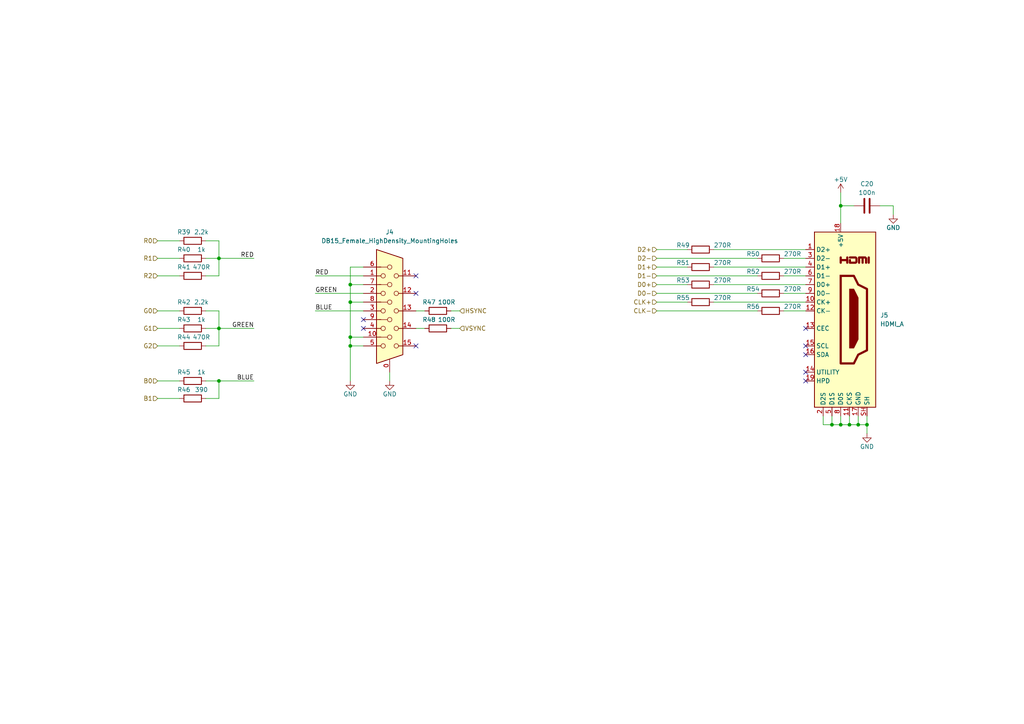
<source format=kicad_sch>
(kicad_sch (version 20211123) (generator eeschema)
  (paper "A4")
  (title_block (title "Raspberry Pi Pico Kit") (rev "1"))
  (lib_symbols
    (symbol "Connector:DB15_Female_HighDensity_MountingHoles" (pin_names (offset 1.016) hide)
      (property "Reference" "J" (at 0 21.59 0))
      (property "Value" "DB15_Female_HighDensity_MountingHoles" (at 0 19.05 0))
      (symbol "DB15_Female_HighDensity_MountingHoles_0_1"
        (circle (center -1.905 -10.16) (radius 0.635))
        (circle (center -1.905 -5.08) (radius 0.635))
        (circle (center -1.905 0) (radius 0.635))
        (circle (center -1.905 5.08) (radius 0.635))
        (circle (center -1.905 10.16) (radius 0.635))
        (circle (center 0 -7.62) (radius 0.635))
        (circle (center 0 -2.54) (radius 0.635))
        (polyline (pts (xy -3.175 7.62) (xy -0.635 7.62)))
        (polyline (pts (xy -0.635 -7.62) (xy -3.175 -7.62)))
        (polyline (pts (xy -0.635 -2.54) (xy -3.175 -2.54)))
        (polyline (pts (xy -0.635 2.54) (xy -3.175 2.54)))
        (polyline (pts (xy -0.635 12.7) (xy -3.175 12.7)))
        (polyline (pts (xy -3.81 17.78) (xy -3.81 -15.24) (xy 3.81 -12.7) (xy 3.81 15.24) (xy -3.81 17.78)) (stroke (width 0.254)) (fill (type background)))
        (circle (center 0 2.54) (radius 0.635))
        (circle (center 0 7.62) (radius 0.635))
        (circle (center 0 12.7) (radius 0.635))
        (circle (center 1.905 -10.16) (radius 0.635))
        (circle (center 1.905 -5.08) (radius 0.635))
        (circle (center 1.905 0) (radius 0.635))
        (circle (center 1.905 5.08) (radius 0.635))
        (circle (center 1.905 10.16) (radius 0.635))
      )
      (symbol "DB15_Female_HighDensity_MountingHoles_1_1"
        (pin passive line (at 0 -17.78 90) (length 3.81) (name "~") (number "0"))
        (pin passive line (at -7.62 10.16 0) (length 5.08) (name "~") (number "1"))
        (pin passive line (at -7.62 -7.62 0) (length 5.08) (name "~") (number "10"))
        (pin passive line (at 7.62 10.16 180) (length 5.08) (name "~") (number "11"))
        (pin passive line (at 7.62 5.08 180) (length 5.08) (name "~") (number "12"))
        (pin passive line (at 7.62 0 180) (length 5.08) (name "~") (number "13"))
        (pin passive line (at 7.62 -5.08 180) (length 5.08) (name "~") (number "14"))
        (pin passive line (at 7.62 -10.16 180) (length 5.08) (name "~") (number "15"))
        (pin passive line (at -7.62 5.08 0) (length 5.08) (name "~") (number "2"))
        (pin passive line (at -7.62 0 0) (length 5.08) (name "~") (number "3"))
        (pin passive line (at -7.62 -5.08 0) (length 5.08) (name "~") (number "4"))
        (pin passive line (at -7.62 -10.16 0) (length 5.08) (name "~") (number "5"))
        (pin passive line (at -7.62 12.7 0) (length 5.08) (name "~") (number "6"))
        (pin passive line (at -7.62 7.62 0) (length 5.08) (name "~") (number "7"))
        (pin passive line (at -7.62 2.54 0) (length 5.08) (name "~") (number "8"))
        (pin passive line (at -7.62 -2.54 0) (length 5.08) (name "~") (number "9"))
      )
    )
    (symbol "Connector:HDMI_A"
      (property "Reference" "J" (at -6.35 26.67 0))
      (property "Value" "HDMI_A" (at 10.16 26.67 0))
      (symbol "HDMI_A_0_0"
        (polyline (pts (xy 8.128 16.51) (xy 8.128 18.034)) (stroke (width 0.635)))
        (polyline (pts (xy 0 16.51) (xy 0 18.034) (xy 0 17.272) (xy 1.905 17.272) (xy 1.905 18.034) (xy 1.905 16.51)) (stroke (width 0.635)))
        (polyline (pts (xy 2.667 18.034) (xy 4.318 18.034) (xy 4.572 17.78) (xy 4.572 16.764) (xy 4.318 16.51) (xy 2.667 16.51) (xy 2.667 17.272)) (stroke (width 0.635)))
      )
      (symbol "HDMI_A_0_1"
        (rectangle (start -7.62 25.4) (end 10.16 -25.4) (stroke (width 0.254)) (fill (type background)))
        (polyline (pts (xy 2.54 8.89) (xy 3.81 8.89) (xy 5.08 6.35) (xy 5.08 -5.715) (xy 3.81 -8.255) (xy 2.54 -8.255) (xy 2.54 8.89)) (fill (type outline)))
        (polyline (pts (xy 5.334 16.51) (xy 5.334 18.034) (xy 6.35 18.034) (xy 6.35 16.51) (xy 6.35 18.034) (xy 7.112 18.034) (xy 7.366 17.78) (xy 7.366 16.51)) (stroke (width 0.635)))
        (polyline (pts (xy 0 12.7) (xy 0 -12.7) (xy 3.81 -12.7) (xy 5.08 -10.16) (xy 7.62 -8.89) (xy 7.62 8.89) (xy 5.08 10.16) (xy 3.81 12.7) (xy 0 12.7)) (stroke (width 0.635)))
      )
      (symbol "HDMI_A_1_1"
        (pin passive line (at -10.16 20.32 0) (length 2.54) (name "D2+") (number "1"))
        (pin passive line (at -10.16 5.08 0) (length 2.54) (name "CK+") (number "10"))
        (pin power_in line (at 2.54 -27.94 90) (length 2.54) (name "CKS") (number "11"))
        (pin passive line (at -10.16 2.54 0) (length 2.54) (name "CK-") (number "12"))
        (pin bidirectional line (at -10.16 -2.54 0) (length 2.54) (name "CEC") (number "13"))
        (pin passive line (at -10.16 -15.24 0) (length 2.54) (name "UTILITY") (number "14"))
        (pin passive line (at -10.16 -7.62 0) (length 2.54) (name "SCL") (number "15"))
        (pin bidirectional line (at -10.16 -10.16 0) (length 2.54) (name "SDA") (number "16"))
        (pin power_in line (at 5.08 -27.94 90) (length 2.54) (name "GND") (number "17"))
        (pin power_in line (at 0 27.94 270) (length 2.54) (name "+5V") (number "18"))
        (pin passive line (at -10.16 -17.78 0) (length 2.54) (name "HPD") (number "19"))
        (pin power_in line (at -5.08 -27.94 90) (length 2.54) (name "D2S") (number "2"))
        (pin passive line (at -10.16 17.78 0) (length 2.54) (name "D2-") (number "3"))
        (pin passive line (at -10.16 15.24 0) (length 2.54) (name "D1+") (number "4"))
        (pin power_in line (at -2.54 -27.94 90) (length 2.54) (name "D1S") (number "5"))
        (pin passive line (at -10.16 12.7 0) (length 2.54) (name "D1-") (number "6"))
        (pin passive line (at -10.16 10.16 0) (length 2.54) (name "D0+") (number "7"))
        (pin power_in line (at 0 -27.94 90) (length 2.54) (name "D0S") (number "8"))
        (pin passive line (at -10.16 7.62 0) (length 2.54) (name "D0-") (number "9"))
        (pin passive line (at 7.62 -27.94 90) (length 2.54) (name "SH") (number "SH"))
      )
    )
    (symbol "Device:C" (pin_numbers hide) (pin_names (offset 0.254))
      (property "Reference" "C" (at 0.635 2.54 0))
      (property "Value" "C" (at 0.635 -2.54 0))
      (symbol "C_0_1"
        (polyline (pts (xy -2.032 -0.762) (xy 2.032 -0.762)) (stroke (width 0.508)))
        (polyline (pts (xy -2.032 0.762) (xy 2.032 0.762)) (stroke (width 0.508)))
      )
      (symbol "C_1_1"
        (pin passive line (at 0 3.81 270) (length 2.794) (name "~") (number "1"))
        (pin passive line (at 0 -3.81 90) (length 2.794) (name "~") (number "2"))
      )
    )
    (symbol "Device:R" (pin_numbers hide) (pin_names (offset 0))
      (property "Reference" "R" (at 2.032 0 90))
      (property "Value" "R" (at 0 0 90))
      (symbol "R_0_1"
        (rectangle (start -1.016 -2.54) (end 1.016 2.54) (stroke (width 0.254)))
      )
      (symbol "R_1_1"
        (pin passive line (at 0 3.81 270) (length 1.27) (name "~") (number "1"))
        (pin passive line (at 0 -3.81 90) (length 1.27) (name "~") (number "2"))
      )
    )
    (symbol "power:+5V" (power) (pin_names (offset 0))
      (property "Value" "+5V" (at 0 3.556 0))
      (symbol "+5V_0_1"
        (polyline (pts (xy -0.762 1.27) (xy 0 2.54)))
        (polyline (pts (xy 0 0) (xy 0 2.54)))
        (polyline (pts (xy 0 2.54) (xy 0.762 1.27)))
      )
      (symbol "+5V_1_1"
        (pin power_in line (at 0 0 90) (length 0) hide (name "+5V") (number "1"))
      )
    )
    (symbol "power:GND" (power) (pin_names (offset 0))
      (property "Value" "GND" (at 0 -3.81 0))
      (symbol "GND_0_1"
        (polyline (pts (xy 0 0) (xy 0 -1.27) (xy 1.27 -1.27) (xy 0 -2.54) (xy -1.27 -1.27) (xy 0 -1.27)))
      )
      (symbol "GND_1_1"
        (pin power_in line (at 0 0 270) (length 0) hide (name "GND") (number "1"))
      )
    )
  )
  (junction (at 246.38 123.19))
  (junction (at 63.5 74.93))
  (junction (at 101.6 100.33))
  (junction (at 241.3 123.19))
  (junction (at 63.5 110.49))
  (junction (at 243.84 59.69))
  (junction (at 101.6 82.55))
  (junction (at 243.84 123.19))
  (junction (at 251.46 123.19))
  (junction (at 248.92 123.19))
  (junction (at 101.6 97.79))
  (junction (at 101.6 87.63))
  (junction (at 63.5 95.25))
  (no_connect (at 233.68 100.33))
  (no_connect (at 233.68 102.87))
  (no_connect (at 233.68 95.25))
  (no_connect (at 233.68 107.95))
  (no_connect (at 233.68 110.49))
  (no_connect (at 105.41 95.25))
  (no_connect (at 120.65 85.09))
  (no_connect (at 105.41 92.71))
  (no_connect (at 120.65 80.01))
  (no_connect (at 120.65 100.33))
  (wire (pts (xy 227.33 80.01) (xy 233.68 80.01)))
  (wire (pts (xy 59.69 100.33) (xy 63.5 100.33)))
  (wire (pts (xy 63.5 100.33) (xy 63.5 95.25)))
  (wire (pts (xy 243.84 59.69) (xy 247.65 59.69)))
  (wire (pts (xy 59.69 90.17) (xy 63.5 90.17)))
  (wire (pts (xy 45.72 110.49) (xy 52.07 110.49)))
  (wire (pts (xy 190.5 80.01) (xy 219.71 80.01)))
  (wire (pts (xy 45.72 69.85) (xy 52.07 69.85)))
  (wire (pts (xy 243.84 55.88) (xy 243.84 59.69)))
  (wire (pts (xy 207.01 87.63) (xy 233.68 87.63)))
  (wire (pts (xy 101.6 82.55) (xy 105.41 82.55)))
  (wire (pts (xy 243.84 59.69) (xy 243.84 64.77)))
  (wire (pts (xy 63.5 115.57) (xy 63.5 110.49)))
  (wire (pts (xy 207.01 82.55) (xy 233.68 82.55)))
  (wire (pts (xy 59.69 110.49) (xy 63.5 110.49)))
  (wire (pts (xy 238.76 120.65) (xy 238.76 123.19)))
  (wire (pts (xy 255.27 59.69) (xy 259.08 59.69)))
  (wire (pts (xy 207.01 77.47) (xy 233.68 77.47)))
  (wire (pts (xy 227.33 85.09) (xy 233.68 85.09)))
  (wire (pts (xy 248.92 120.65) (xy 248.92 123.19)))
  (wire (pts (xy 190.5 82.55) (xy 199.39 82.55)))
  (wire (pts (xy 120.65 90.17) (xy 123.19 90.17)))
  (wire (pts (xy 130.81 90.17) (xy 133.35 90.17)))
  (wire (pts (xy 45.72 95.25) (xy 52.07 95.25)))
  (wire (pts (xy 241.3 120.65) (xy 241.3 123.19)))
  (wire (pts (xy 190.5 72.39) (xy 199.39 72.39)))
  (wire (pts (xy 63.5 110.49) (xy 73.66 110.49)))
  (wire (pts (xy 190.5 87.63) (xy 199.39 87.63)))
  (wire (pts (xy 259.08 59.69) (xy 259.08 62.23)))
  (wire (pts (xy 190.5 90.17) (xy 219.71 90.17)))
  (wire (pts (xy 63.5 95.25) (xy 73.66 95.25)))
  (wire (pts (xy 45.72 90.17) (xy 52.07 90.17)))
  (wire (pts (xy 45.72 100.33) (xy 52.07 100.33)))
  (wire (pts (xy 243.84 123.19) (xy 246.38 123.19)))
  (wire (pts (xy 130.81 95.25) (xy 133.35 95.25)))
  (wire (pts (xy 45.72 80.01) (xy 52.07 80.01)))
  (wire (pts (xy 246.38 123.19) (xy 248.92 123.19)))
  (wire (pts (xy 105.41 77.47) (xy 101.6 77.47)))
  (wire (pts (xy 241.3 123.19) (xy 243.84 123.19)))
  (wire (pts (xy 251.46 120.65) (xy 251.46 123.19)))
  (wire (pts (xy 243.84 120.65) (xy 243.84 123.19)))
  (wire (pts (xy 101.6 100.33) (xy 101.6 110.49)))
  (wire (pts (xy 45.72 115.57) (xy 52.07 115.57)))
  (wire (pts (xy 190.5 74.93) (xy 219.71 74.93)))
  (wire (pts (xy 101.6 97.79) (xy 101.6 100.33)))
  (wire (pts (xy 63.5 80.01) (xy 63.5 74.93)))
  (wire (pts (xy 101.6 77.47) (xy 101.6 82.55)))
  (wire (pts (xy 63.5 74.93) (xy 73.66 74.93)))
  (wire (pts (xy 120.65 95.25) (xy 123.19 95.25)))
  (wire (pts (xy 91.44 85.09) (xy 105.41 85.09)))
  (wire (pts (xy 190.5 85.09) (xy 219.71 85.09)))
  (wire (pts (xy 227.33 74.93) (xy 233.68 74.93)))
  (wire (pts (xy 238.76 123.19) (xy 241.3 123.19)))
  (wire (pts (xy 227.33 90.17) (xy 233.68 90.17)))
  (wire (pts (xy 190.5 77.47) (xy 199.39 77.47)))
  (wire (pts (xy 101.6 100.33) (xy 105.41 100.33)))
  (wire (pts (xy 63.5 69.85) (xy 63.5 74.93)))
  (wire (pts (xy 105.41 97.79) (xy 101.6 97.79)))
  (wire (pts (xy 251.46 123.19) (xy 251.46 125.73)))
  (wire (pts (xy 59.69 69.85) (xy 63.5 69.85)))
  (wire (pts (xy 248.92 123.19) (xy 251.46 123.19)))
  (wire (pts (xy 59.69 95.25) (xy 63.5 95.25)))
  (wire (pts (xy 113.03 107.95) (xy 113.03 110.49)))
  (wire (pts (xy 101.6 87.63) (xy 101.6 97.79)))
  (wire (pts (xy 59.69 115.57) (xy 63.5 115.57)))
  (wire (pts (xy 246.38 120.65) (xy 246.38 123.19)))
  (wire (pts (xy 59.69 80.01) (xy 63.5 80.01)))
  (wire (pts (xy 101.6 82.55) (xy 101.6 87.63)))
  (wire (pts (xy 207.01 72.39) (xy 233.68 72.39)))
  (wire (pts (xy 45.72 74.93) (xy 52.07 74.93)))
  (wire (pts (xy 59.69 74.93) (xy 63.5 74.93)))
  (wire (pts (xy 63.5 90.17) (xy 63.5 95.25)))
  (wire (pts (xy 101.6 87.63) (xy 105.41 87.63)))
  (wire (pts (xy 91.44 90.17) (xy 105.41 90.17)))
  (wire (pts (xy 91.44 80.01) (xy 105.41 80.01)))
  (label "BLUE" (at 73.66 110.49 180))
  (label "BLUE" (at 91.44 90.17 0))
  (label "GREEN" (at 91.44 85.09 0))
  (label "RED" (at 91.44 80.01 0))
  (label "GREEN" (at 73.66 95.25 180))
  (label "RED" (at 73.66 74.93 180))
  (hierarchical_label "D1-" (shape input) (at 190.5 80.01 180))
  (hierarchical_label "R2" (shape input) (at 45.72 80.01 180))
  (hierarchical_label "G1" (shape input) (at 45.72 95.25 180))
  (hierarchical_label "R1" (shape input) (at 45.72 74.93 180))
  (hierarchical_label "CLK-" (shape input) (at 190.5 90.17 180))
  (hierarchical_label "CLK+" (shape input) (at 190.5 87.63 180))
  (hierarchical_label "VSYNC" (shape input) (at 133.35 95.25 0))
  (hierarchical_label "D0-" (shape input) (at 190.5 85.09 180))
  (hierarchical_label "B0" (shape input) (at 45.72 110.49 180))
  (hierarchical_label "B1" (shape input) (at 45.72 115.57 180))
  (hierarchical_label "G0" (shape input) (at 45.72 90.17 180))
  (hierarchical_label "D1+" (shape input) (at 190.5 77.47 180))
  (hierarchical_label "D0+" (shape input) (at 190.5 82.55 180))
  (hierarchical_label "R0" (shape input) (at 45.72 69.85 180))
  (hierarchical_label "D2+" (shape input) (at 190.5 72.39 180))
  (hierarchical_label "D2-" (shape input) (at 190.5 74.93 180))
  (hierarchical_label "G2" (shape input) (at 45.72 100.33 180))
  (hierarchical_label "HSYNC" (shape input) (at 133.35 90.17 0))
  (symbol (lib_id "Device:C") (at 251.46 59.69 90) (unit 1)
    (property "Reference" "C20" (at 251.46 53.34 90))
    (property "Value" "100n" (at 251.46 55.88 90))
    (property "Footprint" "Capacitor_SMD:C_0805_2012Metric_Pad1.18x1.45mm_HandSolder" (effects hide))
  )
  (symbol (lib_id "Device:R") (at 55.88 100.33 90) (unit 1)
    (property "Reference" "R44" (at 53.34 97.79 90))
    (property "Value" "470R" (at 58.42 97.79 90))
    (property "Footprint" "Resistor_SMD:R_0805_2012Metric_Pad1.20x1.40mm_HandSolder" (effects hide))
  )
  (symbol (lib_id "Device:R") (at 55.88 95.25 90) (unit 1)
    (property "Reference" "R43" (at 53.34 92.71 90))
    (property "Value" "1k" (at 58.42 92.71 90))
    (property "Footprint" "Resistor_SMD:R_0805_2012Metric_Pad1.20x1.40mm_HandSolder" (effects hide))
  )
  (symbol (lib_id "Device:R") (at 127 95.25 90) (unit 1)
    (property "Reference" "R48" (at 124.46 92.71 90))
    (property "Value" "100R" (at 129.54 92.71 90))
    (property "Footprint" "Resistor_SMD:R_0805_2012Metric_Pad1.20x1.40mm_HandSolder" (effects hide))
  )
  (symbol (lib_id "power:GND") (at 259.08 62.23 0) (unit 1)
    (property "Reference" "#PWR061" (effects hide))
    (property "Value" "GND" (at 259.08 66.04 0))
  )
  (symbol (lib_id "Device:R") (at 203.2 72.39 90) (unit 1)
    (property "Reference" "R49" (at 198.12 71.12 90))
    (property "Value" "270R" (at 209.55 71.12 90))
    (property "Footprint" "Resistor_SMD:R_0805_2012Metric_Pad1.20x1.40mm_HandSolder" (effects hide))
  )
  (symbol (lib_id "Device:R") (at 223.52 85.09 90) (unit 1)
    (property "Reference" "R54" (at 218.44 83.82 90))
    (property "Value" "270R" (at 229.87 83.82 90))
    (property "Footprint" "Resistor_SMD:R_0805_2012Metric_Pad1.20x1.40mm_HandSolder" (effects hide))
  )
  (symbol (lib_id "power:GND") (at 113.03 110.49 0) (unit 1)
    (property "Reference" "#PWR058" (effects hide))
    (property "Value" "GND" (at 113.03 114.3 0))
  )
  (symbol (lib_id "Device:R") (at 55.88 69.85 90) (unit 1)
    (property "Reference" "R39" (at 53.34 67.31 90))
    (property "Value" "2.2k" (at 58.42 67.31 90))
    (property "Footprint" "Resistor_SMD:R_0805_2012Metric_Pad1.20x1.40mm_HandSolder" (effects hide))
  )
  (symbol (lib_id "Connector:DB15_Female_HighDensity_MountingHoles") (at 113.03 90.17 0) (unit 1)
    (property "Reference" "J4" (at 113.03 67.31 0))
    (property "Value" "DB15_Female_HighDensity_MountingHoles" (at 113.03 69.85 0))
    (property "Footprint" "Connector_Dsub:DSUB-15-HD_Female_Horizontal_P2.29x1.98mm_EdgePinOffset3.03mm_Housed_MountingHolesOffset4.94mm" (effects hide))
    (property "Datasheet" " ~" (effects hide))
  )
  (symbol (lib_id "Device:R") (at 55.88 110.49 90) (unit 1)
    (property "Reference" "R45" (at 53.34 107.95 90))
    (property "Value" "1k" (at 58.42 107.95 90))
    (property "Footprint" "Resistor_SMD:R_0805_2012Metric_Pad1.20x1.40mm_HandSolder" (effects hide))
  )
  (symbol (lib_id "Device:R") (at 55.88 80.01 90) (unit 1)
    (property "Reference" "R41" (at 53.34 77.47 90))
    (property "Value" "470R" (at 58.42 77.47 90))
    (property "Footprint" "Resistor_SMD:R_0805_2012Metric_Pad1.20x1.40mm_HandSolder" (effects hide))
  )
  (symbol (lib_id "power:+5V") (at 243.84 55.88 0) (unit 1)
    (property "Reference" "#PWR059" (effects hide))
    (property "Value" "+5V" (at 243.84 52.07 0))
  )
  (symbol (lib_id "Device:R") (at 223.52 74.93 90) (unit 1)
    (property "Reference" "R50" (at 218.44 73.66 90))
    (property "Value" "270R" (at 229.87 73.66 90))
    (property "Footprint" "Resistor_SMD:R_0805_2012Metric_Pad1.20x1.40mm_HandSolder" (effects hide))
  )
  (symbol (lib_id "power:GND") (at 251.46 125.73 0) (unit 1)
    (property "Reference" "#PWR060" (effects hide))
    (property "Value" "GND" (at 251.46 129.54 0))
  )
  (symbol (lib_id "Device:R") (at 203.2 77.47 90) (unit 1)
    (property "Reference" "R51" (at 198.12 76.2 90))
    (property "Value" "270R" (at 209.55 76.2 90))
    (property "Footprint" "Resistor_SMD:R_0805_2012Metric_Pad1.20x1.40mm_HandSolder" (effects hide))
  )
  (symbol (lib_id "Device:R") (at 223.52 80.01 90) (unit 1)
    (property "Reference" "R52" (at 218.44 78.74 90))
    (property "Value" "270R" (at 229.87 78.74 90))
    (property "Footprint" "Resistor_SMD:R_0805_2012Metric_Pad1.20x1.40mm_HandSolder" (effects hide))
  )
  (symbol (lib_id "Device:R") (at 55.88 90.17 90) (unit 1)
    (property "Reference" "R42" (at 53.34 87.63 90))
    (property "Value" "2.2k" (at 58.42 87.63 90))
    (property "Footprint" "Resistor_SMD:R_0805_2012Metric_Pad1.20x1.40mm_HandSolder" (effects hide))
  )
  (symbol (lib_id "Device:R") (at 55.88 74.93 90) (unit 1)
    (property "Reference" "R40" (at 53.34 72.39 90))
    (property "Value" "1k" (at 58.42 72.39 90))
    (property "Footprint" "Resistor_SMD:R_0805_2012Metric_Pad1.20x1.40mm_HandSolder" (effects hide))
  )
  (symbol (lib_id "Connector:HDMI_A") (at 243.84 92.71 0) (unit 1)
    (property "Reference" "J5" (at 255.27 91.4399 0) (effects (justify left)))
    (property "Value" "HDMI_A" (at 255.27 93.9799 0) (effects (justify left)))
    (property "Datasheet" "https://en.wikipedia.org/wiki/HDMI" (effects hide))
  )
  (symbol (lib_id "Device:R") (at 127 90.17 90) (unit 1)
    (property "Reference" "R47" (at 124.46 87.63 90))
    (property "Value" "100R" (at 129.54 87.63 90))
    (property "Footprint" "Resistor_SMD:R_0805_2012Metric_Pad1.20x1.40mm_HandSolder" (effects hide))
  )
  (symbol (lib_id "Device:R") (at 55.88 115.57 90) (unit 1)
    (property "Reference" "R46" (at 53.34 113.03 90))
    (property "Value" "390" (at 58.42 113.03 90))
    (property "Footprint" "Resistor_SMD:R_0805_2012Metric_Pad1.20x1.40mm_HandSolder" (effects hide))
  )
  (symbol (lib_id "Device:R") (at 203.2 87.63 90) (unit 1)
    (property "Reference" "R55" (at 198.12 86.36 90))
    (property "Value" "270R" (at 209.55 86.36 90))
    (property "Footprint" "Resistor_SMD:R_0805_2012Metric_Pad1.20x1.40mm_HandSolder" (effects hide))
  )
  (symbol (lib_id "Device:R") (at 203.2 82.55 90) (unit 1)
    (property "Reference" "R53" (at 198.12 81.28 90))
    (property "Value" "270R" (at 209.55 81.28 90))
    (property "Footprint" "Resistor_SMD:R_0805_2012Metric_Pad1.20x1.40mm_HandSolder" (effects hide))
  )
  (symbol (lib_id "power:GND") (at 101.6 110.49 0) (unit 1)
    (property "Reference" "#PWR057" (effects hide))
    (property "Value" "GND" (at 101.6 114.3 0))
  )
  (symbol (lib_id "Device:R") (at 223.52 90.17 90) (unit 1)
    (property "Reference" "R56" (at 218.44 88.9 90))
    (property "Value" "270R" (at 229.87 88.9 90))
    (property "Footprint" "Resistor_SMD:R_0805_2012Metric_Pad1.20x1.40mm_HandSolder" (effects hide))
  )
)
</source>
